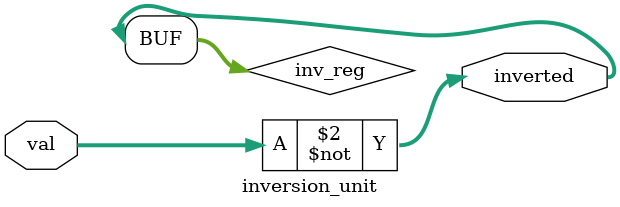
<source format=sv>
module cond_ops (
    input [3:0] val,
    input sel,
    output [3:0] mux_out,
    output [3:0] invert
);
    wire [3:0] add_result;
    wire [3:0] sub_result;
    
    arithmetic_unit arith_unit (
        .val(val),
        .add_result(add_result),
        .sub_result(sub_result)
    );
    
    mux_selector mux_unit (
        .sel(sel),
        .add_in(add_result),
        .sub_in(sub_result),
        .mux_out(mux_out)
    );
    
    inversion_unit inv_unit (
        .val(val),
        .inverted(invert)
    );
endmodule

module arithmetic_unit (
    input [3:0] val,
    output [3:0] add_result,
    output [3:0] sub_result
);
    wire [3:0] add_operand = 4'd5;
    wire [3:0] sub_operand = 4'd3;
    
    // Brent-Kung adder implementation
    wire [3:0] add_p, add_g;
    wire [3:0] add_c;
    
    // Generate and Propagate
    assign add_p = val ^ add_operand;
    assign add_g = val & add_operand;
    
    // Carry computation
    assign add_c[0] = add_g[0];
    assign add_c[1] = add_g[1] | (add_p[1] & add_g[0]);
    assign add_c[2] = add_g[2] | (add_p[2] & add_g[1]) | (add_p[2] & add_p[1] & add_g[0]);
    assign add_c[3] = add_g[3] | (add_p[3] & add_g[2]) | (add_p[3] & add_p[2] & add_g[1]) | 
                     (add_p[3] & add_p[2] & add_p[1] & add_g[0]);
    
    // Sum computation
    assign add_result = add_p ^ {add_c[2:0], 1'b0};
    
    // Subtraction using Brent-Kung adder
    wire [3:0] sub_p, sub_g;
    wire [3:0] sub_c;
    
    // Generate and Propagate
    assign sub_p = val ^ ~sub_operand;
    assign sub_g = val & ~sub_operand;
    
    // Carry computation
    assign sub_c[0] = sub_g[0];
    assign sub_c[1] = sub_g[1] | (sub_p[1] & sub_g[0]);
    assign sub_c[2] = sub_g[2] | (sub_p[2] & sub_g[1]) | (sub_p[2] & sub_p[1] & sub_g[0]);
    assign sub_c[3] = sub_g[3] | (sub_p[3] & sub_g[2]) | (sub_p[3] & sub_p[2] & sub_g[1]) | 
                     (sub_p[3] & sub_p[2] & sub_p[1] & sub_g[0]);
    
    // Sum computation
    assign sub_result = sub_p ^ {sub_c[2:0], 1'b1};
endmodule

module mux_selector (
    input sel,
    input [3:0] add_in,
    input [3:0] sub_in,
    output [3:0] mux_out
);
    parameter ADD_SEL = 1'b1;
    reg [3:0] result;
    
    always @(*) begin
        result = (sel == ADD_SEL) ? add_in : sub_in;
    end
    
    assign mux_out = result;
endmodule

module inversion_unit (
    input [3:0] val,
    output [3:0] inverted
);
    reg [3:0] inv_reg;
    
    always @(*) begin
        inv_reg = ~val;
    end
    
    assign inverted = inv_reg;
endmodule
</source>
